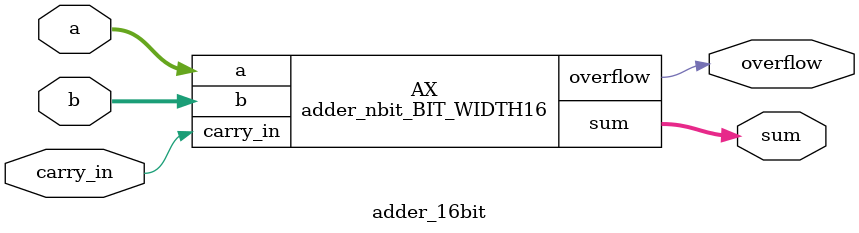
<source format=v>


module adder_1bit_15 ( a, b, carry_in, sum, carry_out );
  input a, b, carry_in;
  output sum, carry_out;
  wire   n2, n3;

  INVX2 U1 ( .A(n3), .Y(carry_out) );
  XOR2X1 U2 ( .A(carry_in), .B(n2), .Y(sum) );
  AOI22X1 U3 ( .A(b), .B(a), .C(n2), .D(carry_in), .Y(n3) );
  XOR2X1 U4 ( .A(a), .B(b), .Y(n2) );
endmodule


module adder_1bit_14 ( a, b, carry_in, sum, carry_out );
  input a, b, carry_in;
  output sum, carry_out;
  wire   n2, n3;

  INVX2 U1 ( .A(n3), .Y(carry_out) );
  XOR2X1 U2 ( .A(carry_in), .B(n2), .Y(sum) );
  AOI22X1 U3 ( .A(b), .B(a), .C(n2), .D(carry_in), .Y(n3) );
  XOR2X1 U4 ( .A(a), .B(b), .Y(n2) );
endmodule


module adder_1bit_0 ( a, b, carry_in, sum, carry_out );
  input a, b, carry_in;
  output sum, carry_out;
  wire   n4, n5;

  INVX2 U1 ( .A(n4), .Y(carry_out) );
  XOR2X1 U2 ( .A(carry_in), .B(n5), .Y(sum) );
  AOI22X1 U3 ( .A(b), .B(a), .C(n5), .D(carry_in), .Y(n4) );
  XOR2X1 U4 ( .A(a), .B(b), .Y(n5) );
endmodule


module adder_1bit_1 ( a, b, carry_in, sum, carry_out );
  input a, b, carry_in;
  output sum, carry_out;
  wire   n4, n5;

  INVX2 U1 ( .A(n4), .Y(carry_out) );
  XOR2X1 U2 ( .A(carry_in), .B(n5), .Y(sum) );
  AOI22X1 U3 ( .A(b), .B(a), .C(n5), .D(carry_in), .Y(n4) );
  XOR2X1 U4 ( .A(a), .B(b), .Y(n5) );
endmodule


module adder_1bit_2 ( a, b, carry_in, sum, carry_out );
  input a, b, carry_in;
  output sum, carry_out;
  wire   n4, n5;

  INVX2 U1 ( .A(n4), .Y(carry_out) );
  XOR2X1 U2 ( .A(carry_in), .B(n5), .Y(sum) );
  AOI22X1 U3 ( .A(b), .B(a), .C(n5), .D(carry_in), .Y(n4) );
  XOR2X1 U4 ( .A(a), .B(b), .Y(n5) );
endmodule


module adder_1bit_3 ( a, b, carry_in, sum, carry_out );
  input a, b, carry_in;
  output sum, carry_out;
  wire   n4, n5;

  INVX2 U1 ( .A(n4), .Y(carry_out) );
  XOR2X1 U2 ( .A(carry_in), .B(n5), .Y(sum) );
  AOI22X1 U3 ( .A(b), .B(a), .C(n5), .D(carry_in), .Y(n4) );
  XOR2X1 U4 ( .A(a), .B(b), .Y(n5) );
endmodule


module adder_1bit_4 ( a, b, carry_in, sum, carry_out );
  input a, b, carry_in;
  output sum, carry_out;
  wire   n4, n5;

  INVX2 U1 ( .A(n4), .Y(carry_out) );
  XOR2X1 U2 ( .A(carry_in), .B(n5), .Y(sum) );
  AOI22X1 U3 ( .A(b), .B(a), .C(n5), .D(carry_in), .Y(n4) );
  XOR2X1 U4 ( .A(a), .B(b), .Y(n5) );
endmodule


module adder_1bit_5 ( a, b, carry_in, sum, carry_out );
  input a, b, carry_in;
  output sum, carry_out;
  wire   n4, n5;

  INVX2 U1 ( .A(n4), .Y(carry_out) );
  XOR2X1 U2 ( .A(carry_in), .B(n5), .Y(sum) );
  AOI22X1 U3 ( .A(b), .B(a), .C(n5), .D(carry_in), .Y(n4) );
  XOR2X1 U4 ( .A(a), .B(b), .Y(n5) );
endmodule


module adder_1bit_6 ( a, b, carry_in, sum, carry_out );
  input a, b, carry_in;
  output sum, carry_out;
  wire   n4, n5;

  INVX2 U1 ( .A(n4), .Y(carry_out) );
  XOR2X1 U2 ( .A(carry_in), .B(n5), .Y(sum) );
  AOI22X1 U3 ( .A(b), .B(a), .C(n5), .D(carry_in), .Y(n4) );
  XOR2X1 U4 ( .A(a), .B(b), .Y(n5) );
endmodule


module adder_1bit_7 ( a, b, carry_in, sum, carry_out );
  input a, b, carry_in;
  output sum, carry_out;
  wire   n4, n5;

  INVX2 U1 ( .A(n4), .Y(carry_out) );
  XOR2X1 U2 ( .A(carry_in), .B(n5), .Y(sum) );
  AOI22X1 U3 ( .A(b), .B(a), .C(n5), .D(carry_in), .Y(n4) );
  XOR2X1 U4 ( .A(a), .B(b), .Y(n5) );
endmodule


module adder_1bit_8 ( a, b, carry_in, sum, carry_out );
  input a, b, carry_in;
  output sum, carry_out;
  wire   n4, n5;

  INVX2 U1 ( .A(n4), .Y(carry_out) );
  XOR2X1 U2 ( .A(carry_in), .B(n5), .Y(sum) );
  AOI22X1 U3 ( .A(b), .B(a), .C(n5), .D(carry_in), .Y(n4) );
  XOR2X1 U4 ( .A(a), .B(b), .Y(n5) );
endmodule


module adder_1bit_9 ( a, b, carry_in, sum, carry_out );
  input a, b, carry_in;
  output sum, carry_out;
  wire   n4, n5;

  INVX2 U1 ( .A(n4), .Y(carry_out) );
  XOR2X1 U2 ( .A(carry_in), .B(n5), .Y(sum) );
  AOI22X1 U3 ( .A(b), .B(a), .C(n5), .D(carry_in), .Y(n4) );
  XOR2X1 U4 ( .A(a), .B(b), .Y(n5) );
endmodule


module adder_1bit_10 ( a, b, carry_in, sum, carry_out );
  input a, b, carry_in;
  output sum, carry_out;
  wire   n4, n5;

  INVX2 U1 ( .A(n4), .Y(carry_out) );
  XOR2X1 U2 ( .A(carry_in), .B(n5), .Y(sum) );
  AOI22X1 U3 ( .A(b), .B(a), .C(n5), .D(carry_in), .Y(n4) );
  XOR2X1 U4 ( .A(a), .B(b), .Y(n5) );
endmodule


module adder_1bit_11 ( a, b, carry_in, sum, carry_out );
  input a, b, carry_in;
  output sum, carry_out;
  wire   n4, n5;

  INVX2 U1 ( .A(n4), .Y(carry_out) );
  XOR2X1 U2 ( .A(carry_in), .B(n5), .Y(sum) );
  AOI22X1 U3 ( .A(b), .B(a), .C(n5), .D(carry_in), .Y(n4) );
  XOR2X1 U4 ( .A(a), .B(b), .Y(n5) );
endmodule


module adder_1bit_12 ( a, b, carry_in, sum, carry_out );
  input a, b, carry_in;
  output sum, carry_out;
  wire   n4, n5;

  INVX2 U1 ( .A(n4), .Y(carry_out) );
  XOR2X1 U2 ( .A(carry_in), .B(n5), .Y(sum) );
  AOI22X1 U3 ( .A(b), .B(a), .C(n5), .D(carry_in), .Y(n4) );
  XOR2X1 U4 ( .A(a), .B(b), .Y(n5) );
endmodule


module adder_1bit_13 ( a, b, carry_in, sum, carry_out );
  input a, b, carry_in;
  output sum, carry_out;
  wire   n4, n5;

  INVX2 U1 ( .A(n4), .Y(carry_out) );
  XOR2X1 U2 ( .A(carry_in), .B(n5), .Y(sum) );
  AOI22X1 U3 ( .A(b), .B(a), .C(n5), .D(carry_in), .Y(n4) );
  XOR2X1 U4 ( .A(a), .B(b), .Y(n5) );
endmodule


module adder_nbit_BIT_WIDTH16 ( a, b, carry_in, sum, overflow );
  input [15:0] a;
  input [15:0] b;
  output [15:0] sum;
  input carry_in;
  output overflow;

  wire   [15:1] carrys;

  adder_1bit_15 \genblk1[0].IX  ( .a(a[0]), .b(b[0]), .carry_in(carry_in), 
        .sum(sum[0]), .carry_out(carrys[1]) );
  adder_1bit_14 \genblk1[1].IX  ( .a(a[1]), .b(b[1]), .carry_in(carrys[1]), 
        .sum(sum[1]), .carry_out(carrys[2]) );
  adder_1bit_13 \genblk1[2].IX  ( .a(a[2]), .b(b[2]), .carry_in(carrys[2]), 
        .sum(sum[2]), .carry_out(carrys[3]) );
  adder_1bit_12 \genblk1[3].IX  ( .a(a[3]), .b(b[3]), .carry_in(carrys[3]), 
        .sum(sum[3]), .carry_out(carrys[4]) );
  adder_1bit_11 \genblk1[4].IX  ( .a(a[4]), .b(b[4]), .carry_in(carrys[4]), 
        .sum(sum[4]), .carry_out(carrys[5]) );
  adder_1bit_10 \genblk1[5].IX  ( .a(a[5]), .b(b[5]), .carry_in(carrys[5]), 
        .sum(sum[5]), .carry_out(carrys[6]) );
  adder_1bit_9 \genblk1[6].IX  ( .a(a[6]), .b(b[6]), .carry_in(carrys[6]), 
        .sum(sum[6]), .carry_out(carrys[7]) );
  adder_1bit_8 \genblk1[7].IX  ( .a(a[7]), .b(b[7]), .carry_in(carrys[7]), 
        .sum(sum[7]), .carry_out(carrys[8]) );
  adder_1bit_7 \genblk1[8].IX  ( .a(a[8]), .b(b[8]), .carry_in(carrys[8]), 
        .sum(sum[8]), .carry_out(carrys[9]) );
  adder_1bit_6 \genblk1[9].IX  ( .a(a[9]), .b(b[9]), .carry_in(carrys[9]), 
        .sum(sum[9]), .carry_out(carrys[10]) );
  adder_1bit_5 \genblk1[10].IX  ( .a(a[10]), .b(b[10]), .carry_in(carrys[10]), 
        .sum(sum[10]), .carry_out(carrys[11]) );
  adder_1bit_4 \genblk1[11].IX  ( .a(a[11]), .b(b[11]), .carry_in(carrys[11]), 
        .sum(sum[11]), .carry_out(carrys[12]) );
  adder_1bit_3 \genblk1[12].IX  ( .a(a[12]), .b(b[12]), .carry_in(carrys[12]), 
        .sum(sum[12]), .carry_out(carrys[13]) );
  adder_1bit_2 \genblk1[13].IX  ( .a(a[13]), .b(b[13]), .carry_in(carrys[13]), 
        .sum(sum[13]), .carry_out(carrys[14]) );
  adder_1bit_1 \genblk1[14].IX  ( .a(a[14]), .b(b[14]), .carry_in(carrys[14]), 
        .sum(sum[14]), .carry_out(carrys[15]) );
  adder_1bit_0 \genblk1[15].IX  ( .a(a[15]), .b(b[15]), .carry_in(carrys[15]), 
        .sum(sum[15]), .carry_out(overflow) );
endmodule


module adder_16bit ( a, b, carry_in, sum, overflow );
  input [15:0] a;
  input [15:0] b;
  output [15:0] sum;
  input carry_in;
  output overflow;


  adder_nbit_BIT_WIDTH16 AX ( .a(a), .b(b), .carry_in(carry_in), .sum(sum), 
        .overflow(overflow) );
endmodule


</source>
